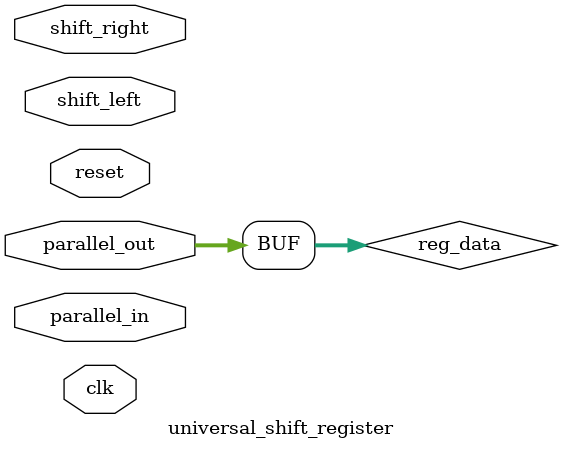
<source format=v>
`timescale 1ns / 1ps


module universal_shift_register(
input clk , reset , shift_left , shift_right ,
input [7:0] parallel_in , 
input [7:0] parallel_out
    );
    
    reg [7:0] reg_data ; 
    
    always@(posedge clk) begin 
    if (reset)
    reg_data<=8'b0 ;
    else if(shift_left)
    reg_data<= {reg_data[6:0],1'b0};
    else if(shift_right)
    reg_data<={1'b0,reg_data[7:1]};
    else
    reg_data<= parallel_in ;
    end 
    assign parallel_out = reg_data ;

endmodule

</source>
